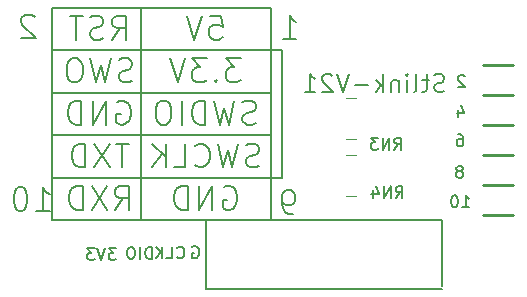
<source format=gbr>
%TF.GenerationSoftware,KiCad,Pcbnew,(5.1.9-0-10_14)*%
%TF.CreationDate,2021-02-21T16:58:23+08:00*%
%TF.ProjectId,stlinkv21_jlinkob,73746c69-6e6b-4763-9231-5f6a6c696e6b,rev?*%
%TF.SameCoordinates,Original*%
%TF.FileFunction,Legend,Bot*%
%TF.FilePolarity,Positive*%
%FSLAX46Y46*%
G04 Gerber Fmt 4.6, Leading zero omitted, Abs format (unit mm)*
G04 Created by KiCad (PCBNEW (5.1.9-0-10_14)) date 2021-02-21 16:58:23*
%MOMM*%
%LPD*%
G01*
G04 APERTURE LIST*
%ADD10C,0.150000*%
%ADD11C,0.200000*%
%ADD12C,0.120000*%
%ADD13C,0.254000*%
G04 APERTURE END LIST*
D10*
X115408095Y-96352380D02*
X114789047Y-96352380D01*
X115122380Y-96733333D01*
X114979523Y-96733333D01*
X114884285Y-96780952D01*
X114836666Y-96828571D01*
X114789047Y-96923809D01*
X114789047Y-97161904D01*
X114836666Y-97257142D01*
X114884285Y-97304761D01*
X114979523Y-97352380D01*
X115265238Y-97352380D01*
X115360476Y-97304761D01*
X115408095Y-97257142D01*
X114503333Y-96352380D02*
X114170000Y-97352380D01*
X113836666Y-96352380D01*
X113598571Y-96352380D02*
X112979523Y-96352380D01*
X113312857Y-96733333D01*
X113170000Y-96733333D01*
X113074761Y-96780952D01*
X113027142Y-96828571D01*
X112979523Y-96923809D01*
X112979523Y-97161904D01*
X113027142Y-97257142D01*
X113074761Y-97304761D01*
X113170000Y-97352380D01*
X113455714Y-97352380D01*
X113550952Y-97304761D01*
X113598571Y-97257142D01*
X118433809Y-97262380D02*
X118433809Y-96262380D01*
X118195714Y-96262380D01*
X118052857Y-96310000D01*
X117957619Y-96405238D01*
X117910000Y-96500476D01*
X117862380Y-96690952D01*
X117862380Y-96833809D01*
X117910000Y-97024285D01*
X117957619Y-97119523D01*
X118052857Y-97214761D01*
X118195714Y-97262380D01*
X118433809Y-97262380D01*
X117433809Y-97262380D02*
X117433809Y-96262380D01*
X116767142Y-96262380D02*
X116576666Y-96262380D01*
X116481428Y-96310000D01*
X116386190Y-96405238D01*
X116338571Y-96595714D01*
X116338571Y-96929047D01*
X116386190Y-97119523D01*
X116481428Y-97214761D01*
X116576666Y-97262380D01*
X116767142Y-97262380D01*
X116862380Y-97214761D01*
X116957619Y-97119523D01*
X117005238Y-96929047D01*
X117005238Y-96595714D01*
X116957619Y-96405238D01*
X116862380Y-96310000D01*
X116767142Y-96262380D01*
X120575238Y-97137142D02*
X120622857Y-97184761D01*
X120765714Y-97232380D01*
X120860952Y-97232380D01*
X121003809Y-97184761D01*
X121099047Y-97089523D01*
X121146666Y-96994285D01*
X121194285Y-96803809D01*
X121194285Y-96660952D01*
X121146666Y-96470476D01*
X121099047Y-96375238D01*
X121003809Y-96280000D01*
X120860952Y-96232380D01*
X120765714Y-96232380D01*
X120622857Y-96280000D01*
X120575238Y-96327619D01*
X119670476Y-97232380D02*
X120146666Y-97232380D01*
X120146666Y-96232380D01*
X119337142Y-97232380D02*
X119337142Y-96232380D01*
X118765714Y-97232380D02*
X119194285Y-96660952D01*
X118765714Y-96232380D02*
X119337142Y-96803809D01*
X121868095Y-96260000D02*
X121963333Y-96212380D01*
X122106190Y-96212380D01*
X122249047Y-96260000D01*
X122344285Y-96355238D01*
X122391904Y-96450476D01*
X122439523Y-96640952D01*
X122439523Y-96783809D01*
X122391904Y-96974285D01*
X122344285Y-97069523D01*
X122249047Y-97164761D01*
X122106190Y-97212380D01*
X122010952Y-97212380D01*
X121868095Y-97164761D01*
X121820476Y-97117142D01*
X121820476Y-96783809D01*
X122010952Y-96783809D01*
D11*
X143000000Y-94000000D02*
X123030000Y-94000000D01*
X143000000Y-99600000D02*
X143000000Y-94000000D01*
X123030000Y-99800000D02*
X143000000Y-99800000D01*
X123000000Y-94000000D02*
X123000000Y-99800000D01*
X108650952Y-93204761D02*
X109793809Y-93204761D01*
X109222380Y-93204761D02*
X109222380Y-91204761D01*
X109412857Y-91490476D01*
X109603333Y-91680952D01*
X109793809Y-91776190D01*
X107412857Y-91204761D02*
X107222380Y-91204761D01*
X107031904Y-91300000D01*
X106936666Y-91395238D01*
X106841428Y-91585714D01*
X106746190Y-91966666D01*
X106746190Y-92442857D01*
X106841428Y-92823809D01*
X106936666Y-93014285D01*
X107031904Y-93109523D01*
X107222380Y-93204761D01*
X107412857Y-93204761D01*
X107603333Y-93109523D01*
X107698571Y-93014285D01*
X107793809Y-92823809D01*
X107889047Y-92442857D01*
X107889047Y-91966666D01*
X107793809Y-91585714D01*
X107698571Y-91395238D01*
X107603333Y-91300000D01*
X107412857Y-91204761D01*
X108521428Y-76785238D02*
X108426190Y-76690000D01*
X108235714Y-76594761D01*
X107759523Y-76594761D01*
X107569047Y-76690000D01*
X107473809Y-76785238D01*
X107378571Y-76975714D01*
X107378571Y-77166190D01*
X107473809Y-77451904D01*
X108616666Y-78594761D01*
X107378571Y-78594761D01*
X130400952Y-93474761D02*
X130020000Y-93474761D01*
X129829523Y-93379523D01*
X129734285Y-93284285D01*
X129543809Y-92998571D01*
X129448571Y-92617619D01*
X129448571Y-91855714D01*
X129543809Y-91665238D01*
X129639047Y-91570000D01*
X129829523Y-91474761D01*
X130210476Y-91474761D01*
X130400952Y-91570000D01*
X130496190Y-91665238D01*
X130591428Y-91855714D01*
X130591428Y-92331904D01*
X130496190Y-92522380D01*
X130400952Y-92617619D01*
X130210476Y-92712857D01*
X129829523Y-92712857D01*
X129639047Y-92617619D01*
X129543809Y-92522380D01*
X129448571Y-92331904D01*
X129538571Y-78644761D02*
X130681428Y-78644761D01*
X130110000Y-78644761D02*
X130110000Y-76644761D01*
X130300476Y-76930476D01*
X130490952Y-77120952D01*
X130681428Y-77216190D01*
D10*
X144730476Y-92892380D02*
X145301904Y-92892380D01*
X145016190Y-92892380D02*
X145016190Y-91892380D01*
X145111428Y-92035238D01*
X145206666Y-92130476D01*
X145301904Y-92178095D01*
X144111428Y-91892380D02*
X144016190Y-91892380D01*
X143920952Y-91940000D01*
X143873333Y-91987619D01*
X143825714Y-92082857D01*
X143778095Y-92273333D01*
X143778095Y-92511428D01*
X143825714Y-92701904D01*
X143873333Y-92797142D01*
X143920952Y-92844761D01*
X144016190Y-92892380D01*
X144111428Y-92892380D01*
X144206666Y-92844761D01*
X144254285Y-92797142D01*
X144301904Y-92701904D01*
X144349523Y-92511428D01*
X144349523Y-92273333D01*
X144301904Y-92082857D01*
X144254285Y-91987619D01*
X144206666Y-91940000D01*
X144111428Y-91892380D01*
X144595238Y-89840952D02*
X144690476Y-89793333D01*
X144738095Y-89745714D01*
X144785714Y-89650476D01*
X144785714Y-89602857D01*
X144738095Y-89507619D01*
X144690476Y-89460000D01*
X144595238Y-89412380D01*
X144404761Y-89412380D01*
X144309523Y-89460000D01*
X144261904Y-89507619D01*
X144214285Y-89602857D01*
X144214285Y-89650476D01*
X144261904Y-89745714D01*
X144309523Y-89793333D01*
X144404761Y-89840952D01*
X144595238Y-89840952D01*
X144690476Y-89888571D01*
X144738095Y-89936190D01*
X144785714Y-90031428D01*
X144785714Y-90221904D01*
X144738095Y-90317142D01*
X144690476Y-90364761D01*
X144595238Y-90412380D01*
X144404761Y-90412380D01*
X144309523Y-90364761D01*
X144261904Y-90317142D01*
X144214285Y-90221904D01*
X144214285Y-90031428D01*
X144261904Y-89936190D01*
X144309523Y-89888571D01*
X144404761Y-89840952D01*
X144349523Y-86722380D02*
X144540000Y-86722380D01*
X144635238Y-86770000D01*
X144682857Y-86817619D01*
X144778095Y-86960476D01*
X144825714Y-87150952D01*
X144825714Y-87531904D01*
X144778095Y-87627142D01*
X144730476Y-87674761D01*
X144635238Y-87722380D01*
X144444761Y-87722380D01*
X144349523Y-87674761D01*
X144301904Y-87627142D01*
X144254285Y-87531904D01*
X144254285Y-87293809D01*
X144301904Y-87198571D01*
X144349523Y-87150952D01*
X144444761Y-87103333D01*
X144635238Y-87103333D01*
X144730476Y-87150952D01*
X144778095Y-87198571D01*
X144825714Y-87293809D01*
X144399523Y-84625714D02*
X144399523Y-85292380D01*
X144637619Y-84244761D02*
X144875714Y-84959047D01*
X144256666Y-84959047D01*
X144915714Y-81827619D02*
X144868095Y-81780000D01*
X144772857Y-81732380D01*
X144534761Y-81732380D01*
X144439523Y-81780000D01*
X144391904Y-81827619D01*
X144344285Y-81922857D01*
X144344285Y-82018095D01*
X144391904Y-82160952D01*
X144963333Y-82732380D01*
X144344285Y-82732380D01*
D11*
X129500000Y-90400000D02*
X128400000Y-90400000D01*
X129500000Y-79610000D02*
X129500000Y-90310000D01*
X128450000Y-79600000D02*
X129500000Y-79600000D01*
X115333333Y-93104761D02*
X116000000Y-92152380D01*
X116476190Y-93104761D02*
X116476190Y-91104761D01*
X115714285Y-91104761D01*
X115523809Y-91200000D01*
X115428571Y-91295238D01*
X115333333Y-91485714D01*
X115333333Y-91771428D01*
X115428571Y-91961904D01*
X115523809Y-92057142D01*
X115714285Y-92152380D01*
X116476190Y-92152380D01*
X114666666Y-91104761D02*
X113333333Y-93104761D01*
X113333333Y-91104761D02*
X114666666Y-93104761D01*
X112571428Y-93104761D02*
X112571428Y-91104761D01*
X112095238Y-91104761D01*
X111809523Y-91200000D01*
X111619047Y-91390476D01*
X111523809Y-91580952D01*
X111428571Y-91961904D01*
X111428571Y-92247619D01*
X111523809Y-92628571D01*
X111619047Y-92819047D01*
X111809523Y-93009523D01*
X112095238Y-93104761D01*
X112571428Y-93104761D01*
X116523809Y-87504761D02*
X115380952Y-87504761D01*
X115952380Y-89504761D02*
X115952380Y-87504761D01*
X114904761Y-87504761D02*
X113571428Y-89504761D01*
X113571428Y-87504761D02*
X114904761Y-89504761D01*
X112809523Y-89504761D02*
X112809523Y-87504761D01*
X112333333Y-87504761D01*
X112047619Y-87600000D01*
X111857142Y-87790476D01*
X111761904Y-87980952D01*
X111666666Y-88361904D01*
X111666666Y-88647619D01*
X111761904Y-89028571D01*
X111857142Y-89219047D01*
X112047619Y-89409523D01*
X112333333Y-89504761D01*
X112809523Y-89504761D01*
X116761904Y-82209523D02*
X116476190Y-82304761D01*
X116000000Y-82304761D01*
X115809523Y-82209523D01*
X115714285Y-82114285D01*
X115619047Y-81923809D01*
X115619047Y-81733333D01*
X115714285Y-81542857D01*
X115809523Y-81447619D01*
X116000000Y-81352380D01*
X116380952Y-81257142D01*
X116571428Y-81161904D01*
X116666666Y-81066666D01*
X116761904Y-80876190D01*
X116761904Y-80685714D01*
X116666666Y-80495238D01*
X116571428Y-80400000D01*
X116380952Y-80304761D01*
X115904761Y-80304761D01*
X115619047Y-80400000D01*
X114952380Y-80304761D02*
X114476190Y-82304761D01*
X114095238Y-80876190D01*
X113714285Y-82304761D01*
X113238095Y-80304761D01*
X112095238Y-80304761D02*
X111714285Y-80304761D01*
X111523809Y-80400000D01*
X111333333Y-80590476D01*
X111238095Y-80971428D01*
X111238095Y-81638095D01*
X111333333Y-82019047D01*
X111523809Y-82209523D01*
X111714285Y-82304761D01*
X112095238Y-82304761D01*
X112285714Y-82209523D01*
X112476190Y-82019047D01*
X112571428Y-81638095D01*
X112571428Y-80971428D01*
X112476190Y-80590476D01*
X112285714Y-80400000D01*
X112095238Y-80304761D01*
X115095238Y-78704761D02*
X115761904Y-77752380D01*
X116238095Y-78704761D02*
X116238095Y-76704761D01*
X115476190Y-76704761D01*
X115285714Y-76800000D01*
X115190476Y-76895238D01*
X115095238Y-77085714D01*
X115095238Y-77371428D01*
X115190476Y-77561904D01*
X115285714Y-77657142D01*
X115476190Y-77752380D01*
X116238095Y-77752380D01*
X114333333Y-78609523D02*
X114047619Y-78704761D01*
X113571428Y-78704761D01*
X113380952Y-78609523D01*
X113285714Y-78514285D01*
X113190476Y-78323809D01*
X113190476Y-78133333D01*
X113285714Y-77942857D01*
X113380952Y-77847619D01*
X113571428Y-77752380D01*
X113952380Y-77657142D01*
X114142857Y-77561904D01*
X114238095Y-77466666D01*
X114333333Y-77276190D01*
X114333333Y-77085714D01*
X114238095Y-76895238D01*
X114142857Y-76800000D01*
X113952380Y-76704761D01*
X113476190Y-76704761D01*
X113190476Y-76800000D01*
X112619047Y-76704761D02*
X111476190Y-76704761D01*
X112047619Y-78704761D02*
X112047619Y-76704761D01*
X115523809Y-84000000D02*
X115714285Y-83904761D01*
X116000000Y-83904761D01*
X116285714Y-84000000D01*
X116476190Y-84190476D01*
X116571428Y-84380952D01*
X116666666Y-84761904D01*
X116666666Y-85047619D01*
X116571428Y-85428571D01*
X116476190Y-85619047D01*
X116285714Y-85809523D01*
X116000000Y-85904761D01*
X115809523Y-85904761D01*
X115523809Y-85809523D01*
X115428571Y-85714285D01*
X115428571Y-85047619D01*
X115809523Y-85047619D01*
X114571428Y-85904761D02*
X114571428Y-83904761D01*
X113428571Y-85904761D01*
X113428571Y-83904761D01*
X112476190Y-85904761D02*
X112476190Y-83904761D01*
X112000000Y-83904761D01*
X111714285Y-84000000D01*
X111523809Y-84190476D01*
X111428571Y-84380952D01*
X111333333Y-84761904D01*
X111333333Y-85047619D01*
X111428571Y-85428571D01*
X111523809Y-85619047D01*
X111714285Y-85809523D01*
X112000000Y-85904761D01*
X112476190Y-85904761D01*
X124523809Y-91200000D02*
X124714285Y-91104761D01*
X125000000Y-91104761D01*
X125285714Y-91200000D01*
X125476190Y-91390476D01*
X125571428Y-91580952D01*
X125666666Y-91961904D01*
X125666666Y-92247619D01*
X125571428Y-92628571D01*
X125476190Y-92819047D01*
X125285714Y-93009523D01*
X125000000Y-93104761D01*
X124809523Y-93104761D01*
X124523809Y-93009523D01*
X124428571Y-92914285D01*
X124428571Y-92247619D01*
X124809523Y-92247619D01*
X123571428Y-93104761D02*
X123571428Y-91104761D01*
X122428571Y-93104761D01*
X122428571Y-91104761D01*
X121476190Y-93104761D02*
X121476190Y-91104761D01*
X121000000Y-91104761D01*
X120714285Y-91200000D01*
X120523809Y-91390476D01*
X120428571Y-91580952D01*
X120333333Y-91961904D01*
X120333333Y-92247619D01*
X120428571Y-92628571D01*
X120523809Y-92819047D01*
X120714285Y-93009523D01*
X121000000Y-93104761D01*
X121476190Y-93104761D01*
X127523809Y-89409523D02*
X127238095Y-89504761D01*
X126761904Y-89504761D01*
X126571428Y-89409523D01*
X126476190Y-89314285D01*
X126380952Y-89123809D01*
X126380952Y-88933333D01*
X126476190Y-88742857D01*
X126571428Y-88647619D01*
X126761904Y-88552380D01*
X127142857Y-88457142D01*
X127333333Y-88361904D01*
X127428571Y-88266666D01*
X127523809Y-88076190D01*
X127523809Y-87885714D01*
X127428571Y-87695238D01*
X127333333Y-87600000D01*
X127142857Y-87504761D01*
X126666666Y-87504761D01*
X126380952Y-87600000D01*
X125714285Y-87504761D02*
X125238095Y-89504761D01*
X124857142Y-88076190D01*
X124476190Y-89504761D01*
X124000000Y-87504761D01*
X122095238Y-89314285D02*
X122190476Y-89409523D01*
X122476190Y-89504761D01*
X122666666Y-89504761D01*
X122952380Y-89409523D01*
X123142857Y-89219047D01*
X123238095Y-89028571D01*
X123333333Y-88647619D01*
X123333333Y-88361904D01*
X123238095Y-87980952D01*
X123142857Y-87790476D01*
X122952380Y-87600000D01*
X122666666Y-87504761D01*
X122476190Y-87504761D01*
X122190476Y-87600000D01*
X122095238Y-87695238D01*
X120285714Y-89504761D02*
X121238095Y-89504761D01*
X121238095Y-87504761D01*
X119619047Y-89504761D02*
X119619047Y-87504761D01*
X118476190Y-89504761D02*
X119333333Y-88361904D01*
X118476190Y-87504761D02*
X119619047Y-88647619D01*
X127238095Y-85809523D02*
X126952380Y-85904761D01*
X126476190Y-85904761D01*
X126285714Y-85809523D01*
X126190476Y-85714285D01*
X126095238Y-85523809D01*
X126095238Y-85333333D01*
X126190476Y-85142857D01*
X126285714Y-85047619D01*
X126476190Y-84952380D01*
X126857142Y-84857142D01*
X127047619Y-84761904D01*
X127142857Y-84666666D01*
X127238095Y-84476190D01*
X127238095Y-84285714D01*
X127142857Y-84095238D01*
X127047619Y-84000000D01*
X126857142Y-83904761D01*
X126380952Y-83904761D01*
X126095238Y-84000000D01*
X125428571Y-83904761D02*
X124952380Y-85904761D01*
X124571428Y-84476190D01*
X124190476Y-85904761D01*
X123714285Y-83904761D01*
X122952380Y-85904761D02*
X122952380Y-83904761D01*
X122476190Y-83904761D01*
X122190476Y-84000000D01*
X122000000Y-84190476D01*
X121904761Y-84380952D01*
X121809523Y-84761904D01*
X121809523Y-85047619D01*
X121904761Y-85428571D01*
X122000000Y-85619047D01*
X122190476Y-85809523D01*
X122476190Y-85904761D01*
X122952380Y-85904761D01*
X120952380Y-85904761D02*
X120952380Y-83904761D01*
X119619047Y-83904761D02*
X119238095Y-83904761D01*
X119047619Y-84000000D01*
X118857142Y-84190476D01*
X118761904Y-84571428D01*
X118761904Y-85238095D01*
X118857142Y-85619047D01*
X119047619Y-85809523D01*
X119238095Y-85904761D01*
X119619047Y-85904761D01*
X119809523Y-85809523D01*
X120000000Y-85619047D01*
X120095238Y-85238095D01*
X120095238Y-84571428D01*
X120000000Y-84190476D01*
X119809523Y-84000000D01*
X119619047Y-83904761D01*
X125952380Y-80304761D02*
X124714285Y-80304761D01*
X125380952Y-81066666D01*
X125095238Y-81066666D01*
X124904761Y-81161904D01*
X124809523Y-81257142D01*
X124714285Y-81447619D01*
X124714285Y-81923809D01*
X124809523Y-82114285D01*
X124904761Y-82209523D01*
X125095238Y-82304761D01*
X125666666Y-82304761D01*
X125857142Y-82209523D01*
X125952380Y-82114285D01*
X123857142Y-82114285D02*
X123761904Y-82209523D01*
X123857142Y-82304761D01*
X123952380Y-82209523D01*
X123857142Y-82114285D01*
X123857142Y-82304761D01*
X123095238Y-80304761D02*
X121857142Y-80304761D01*
X122523809Y-81066666D01*
X122238095Y-81066666D01*
X122047619Y-81161904D01*
X121952380Y-81257142D01*
X121857142Y-81447619D01*
X121857142Y-81923809D01*
X121952380Y-82114285D01*
X122047619Y-82209523D01*
X122238095Y-82304761D01*
X122809523Y-82304761D01*
X123000000Y-82209523D01*
X123095238Y-82114285D01*
X121285714Y-80304761D02*
X120619047Y-82304761D01*
X119952380Y-80304761D01*
X123380952Y-76704761D02*
X124333333Y-76704761D01*
X124428571Y-77657142D01*
X124333333Y-77561904D01*
X124142857Y-77466666D01*
X123666666Y-77466666D01*
X123476190Y-77561904D01*
X123380952Y-77657142D01*
X123285714Y-77847619D01*
X123285714Y-78323809D01*
X123380952Y-78514285D01*
X123476190Y-78609523D01*
X123666666Y-78704761D01*
X124142857Y-78704761D01*
X124333333Y-78609523D01*
X124428571Y-78514285D01*
X122714285Y-76704761D02*
X122047619Y-78704761D01*
X121380952Y-76704761D01*
X117500000Y-94000000D02*
X117500000Y-76000000D01*
X110000000Y-90400000D02*
X128500000Y-90400000D01*
X110000000Y-86800000D02*
X128500000Y-86800000D01*
X110000000Y-83200000D02*
X128500000Y-83200000D01*
X110000000Y-79600000D02*
X128500000Y-79600000D01*
X110000000Y-94000000D02*
X110000000Y-76000000D01*
X110000000Y-94000000D02*
X128500000Y-94000000D01*
X128500000Y-76000000D02*
X128500000Y-94000000D01*
X110000000Y-76000000D02*
X128500000Y-76000000D01*
D10*
X143202857Y-83057142D02*
X142988571Y-83128571D01*
X142631428Y-83128571D01*
X142488571Y-83057142D01*
X142417142Y-82985714D01*
X142345714Y-82842857D01*
X142345714Y-82700000D01*
X142417142Y-82557142D01*
X142488571Y-82485714D01*
X142631428Y-82414285D01*
X142917142Y-82342857D01*
X143060000Y-82271428D01*
X143131428Y-82200000D01*
X143202857Y-82057142D01*
X143202857Y-81914285D01*
X143131428Y-81771428D01*
X143060000Y-81700000D01*
X142917142Y-81628571D01*
X142560000Y-81628571D01*
X142345714Y-81700000D01*
X141917142Y-82128571D02*
X141345714Y-82128571D01*
X141702857Y-81628571D02*
X141702857Y-82914285D01*
X141631428Y-83057142D01*
X141488571Y-83128571D01*
X141345714Y-83128571D01*
X140631428Y-83128571D02*
X140774285Y-83057142D01*
X140845714Y-82914285D01*
X140845714Y-81628571D01*
X140060000Y-83128571D02*
X140060000Y-82128571D01*
X140060000Y-81628571D02*
X140131428Y-81700000D01*
X140060000Y-81771428D01*
X139988571Y-81700000D01*
X140060000Y-81628571D01*
X140060000Y-81771428D01*
X139345714Y-82128571D02*
X139345714Y-83128571D01*
X139345714Y-82271428D02*
X139274285Y-82200000D01*
X139131428Y-82128571D01*
X138917142Y-82128571D01*
X138774285Y-82200000D01*
X138702857Y-82342857D01*
X138702857Y-83128571D01*
X137988571Y-83128571D02*
X137988571Y-81628571D01*
X137845714Y-82557142D02*
X137417142Y-83128571D01*
X137417142Y-82128571D02*
X137988571Y-82700000D01*
X136774285Y-82557142D02*
X135631428Y-82557142D01*
X135131428Y-81628571D02*
X134631428Y-83128571D01*
X134131428Y-81628571D01*
X133702857Y-81771428D02*
X133631428Y-81700000D01*
X133488571Y-81628571D01*
X133131428Y-81628571D01*
X132988571Y-81700000D01*
X132917142Y-81771428D01*
X132845714Y-81914285D01*
X132845714Y-82057142D01*
X132917142Y-82271428D01*
X133774285Y-83128571D01*
X132845714Y-83128571D01*
X131417142Y-83128571D02*
X132274285Y-83128571D01*
X131845714Y-83128571D02*
X131845714Y-81628571D01*
X131988571Y-81842857D01*
X132131428Y-81985714D01*
X132274285Y-82057142D01*
D12*
%TO.C,RN4*%
X134900000Y-88490000D02*
X135700000Y-88490000D01*
X134900000Y-91930000D02*
X135700000Y-91930000D01*
%TO.C,RN3*%
X134900000Y-83690000D02*
X135700000Y-83690000D01*
X134900000Y-87130000D02*
X135700000Y-87130000D01*
D13*
%TO.C,J4*%
X146460000Y-80900000D02*
X149000000Y-80900000D01*
X146460000Y-93600000D02*
X149000000Y-93600000D01*
X146460000Y-91060000D02*
X149000000Y-91060000D01*
X146460000Y-88520000D02*
X149000000Y-88520000D01*
X146460000Y-85980000D02*
X149000000Y-85980000D01*
X146460000Y-83440000D02*
X149000000Y-83440000D01*
%TO.C,RN4*%
D10*
X139080476Y-92112380D02*
X139413809Y-91636190D01*
X139651904Y-92112380D02*
X139651904Y-91112380D01*
X139270952Y-91112380D01*
X139175714Y-91160000D01*
X139128095Y-91207619D01*
X139080476Y-91302857D01*
X139080476Y-91445714D01*
X139128095Y-91540952D01*
X139175714Y-91588571D01*
X139270952Y-91636190D01*
X139651904Y-91636190D01*
X138651904Y-92112380D02*
X138651904Y-91112380D01*
X138080476Y-92112380D01*
X138080476Y-91112380D01*
X137175714Y-91445714D02*
X137175714Y-92112380D01*
X137413809Y-91064761D02*
X137651904Y-91779047D01*
X137032857Y-91779047D01*
%TO.C,RN3*%
X138980476Y-88022380D02*
X139313809Y-87546190D01*
X139551904Y-88022380D02*
X139551904Y-87022380D01*
X139170952Y-87022380D01*
X139075714Y-87070000D01*
X139028095Y-87117619D01*
X138980476Y-87212857D01*
X138980476Y-87355714D01*
X139028095Y-87450952D01*
X139075714Y-87498571D01*
X139170952Y-87546190D01*
X139551904Y-87546190D01*
X138551904Y-88022380D02*
X138551904Y-87022380D01*
X137980476Y-88022380D01*
X137980476Y-87022380D01*
X137599523Y-87022380D02*
X136980476Y-87022380D01*
X137313809Y-87403333D01*
X137170952Y-87403333D01*
X137075714Y-87450952D01*
X137028095Y-87498571D01*
X136980476Y-87593809D01*
X136980476Y-87831904D01*
X137028095Y-87927142D01*
X137075714Y-87974761D01*
X137170952Y-88022380D01*
X137456666Y-88022380D01*
X137551904Y-87974761D01*
X137599523Y-87927142D01*
%TD*%
M02*

</source>
